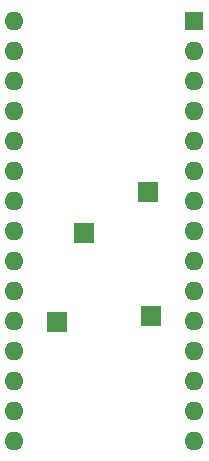
<source format=gbr>
%TF.GenerationSoftware,KiCad,Pcbnew,8.0.1*%
%TF.CreationDate,2024-04-11T09:01:25+02:00*%
%TF.ProjectId,ConditionneurV2,436f6e64-6974-4696-9f6e-6e6575725632,rev?*%
%TF.SameCoordinates,Original*%
%TF.FileFunction,Soldermask,Bot*%
%TF.FilePolarity,Negative*%
%FSLAX46Y46*%
G04 Gerber Fmt 4.6, Leading zero omitted, Abs format (unit mm)*
G04 Created by KiCad (PCBNEW 8.0.1) date 2024-04-11 09:01:25*
%MOMM*%
%LPD*%
G01*
G04 APERTURE LIST*
%ADD10R,1.700000X1.700000*%
%ADD11R,1.600000X1.600000*%
%ADD12O,1.600000X1.600000*%
G04 APERTURE END LIST*
D10*
%TO.C,OUT_A1*%
X119500000Y-72000000D03*
%TD*%
%TO.C,OUT_B1*%
X125000000Y-68500000D03*
%TD*%
%TO.C,GPIO1*%
X125250000Y-79000000D03*
%TD*%
%TO.C,SENSOR1*%
X117250000Y-79500000D03*
%TD*%
D11*
%TO.C,A1*%
X128890000Y-54015000D03*
D12*
X128890000Y-56555000D03*
X128890000Y-59095000D03*
X128890000Y-61635000D03*
X128890000Y-64175000D03*
X128890000Y-66715000D03*
X128890000Y-69255000D03*
X128890000Y-71795000D03*
X128890000Y-74335000D03*
X128890000Y-76875000D03*
X128890000Y-79415000D03*
X128890000Y-81955000D03*
X128890000Y-84495000D03*
X128890000Y-87035000D03*
X128890000Y-89575000D03*
X113650000Y-89575000D03*
X113650000Y-87035000D03*
X113650000Y-84495000D03*
X113650000Y-81955000D03*
X113650000Y-79415000D03*
X113650000Y-76875000D03*
X113650000Y-74335000D03*
X113650000Y-71795000D03*
X113650000Y-69255000D03*
X113650000Y-66715000D03*
X113650000Y-64175000D03*
X113650000Y-61635000D03*
X113650000Y-59095000D03*
X113650000Y-56555000D03*
X113650000Y-54015000D03*
%TD*%
M02*

</source>
